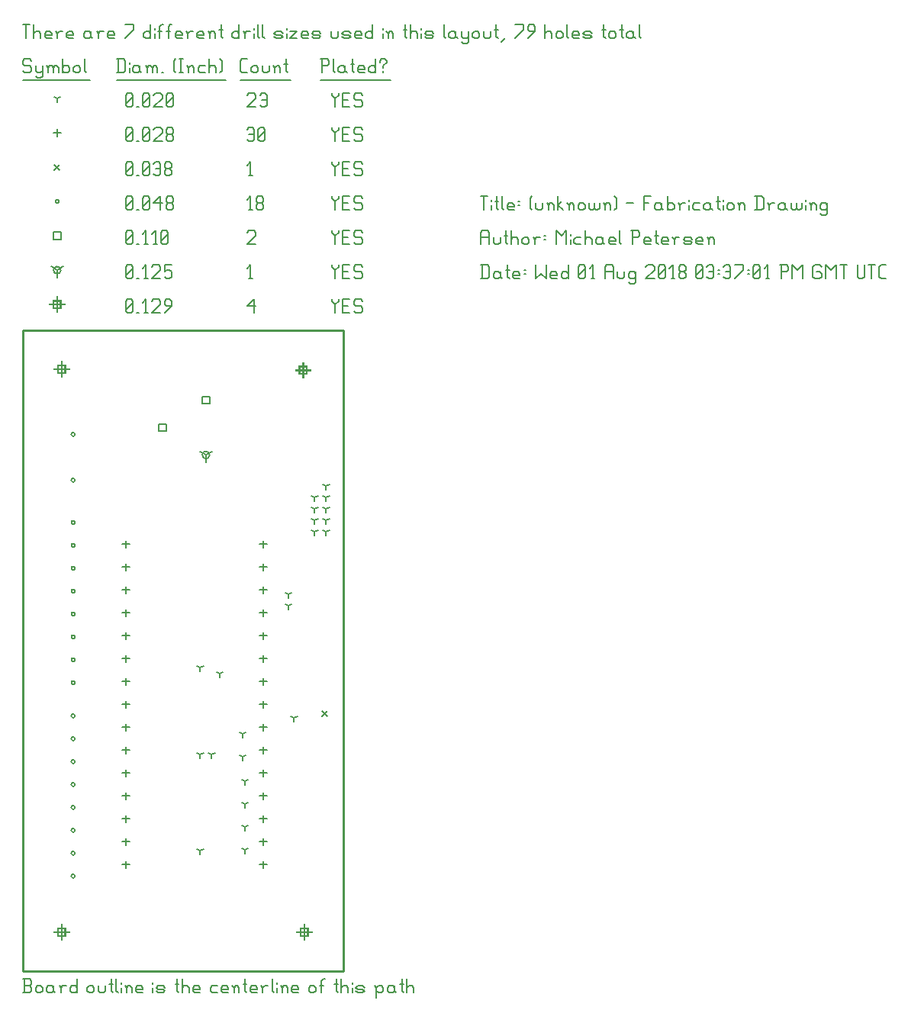
<source format=gbr>
G04 start of page 12 for group -3984 idx -3984 *
G04 Title: (unknown), fab *
G04 Creator: pcb 20140316 *
G04 CreationDate: Wed 01 Aug 2018 03:37:01 PM GMT UTC *
G04 For: railfan *
G04 Format: Gerber/RS-274X *
G04 PCB-Dimensions (mil): 1400.00 2800.00 *
G04 PCB-Coordinate-Origin: lower left *
%MOIN*%
%FSLAX25Y25*%
%LNFAB*%
%ADD101C,0.0100*%
%ADD100C,0.0060*%
%ADD99R,0.0080X0.0080*%
G54D99*X17000Y20200D02*Y13800D01*
X13800Y17000D02*X20200D01*
X15400Y18600D02*X18600D01*
X15400D02*Y15400D01*
X18600D01*
Y18600D02*Y15400D01*
X123000Y20200D02*Y13800D01*
X119800Y17000D02*X126200D01*
X121400Y18600D02*X124600D01*
X121400D02*Y15400D01*
X124600D01*
Y18600D02*Y15400D01*
X122500Y265700D02*Y259300D01*
X119300Y262500D02*X125700D01*
X120900Y264100D02*X124100D01*
X120900D02*Y260900D01*
X124100D01*
Y264100D02*Y260900D01*
X17000Y266200D02*Y259800D01*
X13800Y263000D02*X20200D01*
X15400Y264600D02*X18600D01*
X15400D02*Y261400D01*
X18600D01*
Y264600D02*Y261400D01*
X15000Y294450D02*Y288050D01*
X11800Y291250D02*X18200D01*
X13400Y292850D02*X16600D01*
X13400D02*Y289650D01*
X16600D01*
Y292850D02*Y289650D01*
G54D100*X135000Y293500D02*Y292750D01*
X136500Y291250D01*
X138000Y292750D01*
Y293500D02*Y292750D01*
X136500Y291250D02*Y287500D01*
X139800Y290500D02*X142050D01*
X139800Y287500D02*X142800D01*
X139800Y293500D02*Y287500D01*
Y293500D02*X142800D01*
X147600D02*X148350Y292750D01*
X145350Y293500D02*X147600D01*
X144600Y292750D02*X145350Y293500D01*
X144600Y292750D02*Y291250D01*
X145350Y290500D01*
X147600D01*
X148350Y289750D01*
Y288250D01*
X147600Y287500D02*X148350Y288250D01*
X145350Y287500D02*X147600D01*
X144600Y288250D02*X145350Y287500D01*
X98000Y290500D02*X101000Y293500D01*
X98000Y290500D02*X101750D01*
X101000Y293500D02*Y287500D01*
X45000Y288250D02*X45750Y287500D01*
X45000Y292750D02*Y288250D01*
Y292750D02*X45750Y293500D01*
X47250D01*
X48000Y292750D01*
Y288250D01*
X47250Y287500D02*X48000Y288250D01*
X45750Y287500D02*X47250D01*
X45000Y289000D02*X48000Y292000D01*
X49800Y287500D02*X50550D01*
X53100D02*X54600D01*
X53850Y293500D02*Y287500D01*
X52350Y292000D02*X53850Y293500D01*
X56400Y292750D02*X57150Y293500D01*
X59400D01*
X60150Y292750D01*
Y291250D01*
X56400Y287500D02*X60150Y291250D01*
X56400Y287500D02*X60150D01*
X61950D02*X64950Y290500D01*
Y292750D02*Y290500D01*
X64200Y293500D02*X64950Y292750D01*
X62700Y293500D02*X64200D01*
X61950Y292750D02*X62700Y293500D01*
X61950Y292750D02*Y291250D01*
X62700Y290500D01*
X64950D01*
X80000Y225500D02*Y222300D01*
Y225500D02*X82773Y227100D01*
X80000Y225500D02*X77227Y227100D01*
X78400Y225500D02*G75*G03X81600Y225500I1600J0D01*G01*
G75*G03X78400Y225500I-1600J0D01*G01*
X15000Y306250D02*Y303050D01*
Y306250D02*X17773Y307850D01*
X15000Y306250D02*X12227Y307850D01*
X13400Y306250D02*G75*G03X16600Y306250I1600J0D01*G01*
G75*G03X13400Y306250I-1600J0D01*G01*
X135000Y308500D02*Y307750D01*
X136500Y306250D01*
X138000Y307750D01*
Y308500D02*Y307750D01*
X136500Y306250D02*Y302500D01*
X139800Y305500D02*X142050D01*
X139800Y302500D02*X142800D01*
X139800Y308500D02*Y302500D01*
Y308500D02*X142800D01*
X147600D02*X148350Y307750D01*
X145350Y308500D02*X147600D01*
X144600Y307750D02*X145350Y308500D01*
X144600Y307750D02*Y306250D01*
X145350Y305500D01*
X147600D01*
X148350Y304750D01*
Y303250D01*
X147600Y302500D02*X148350Y303250D01*
X145350Y302500D02*X147600D01*
X144600Y303250D02*X145350Y302500D01*
X98750D02*X100250D01*
X99500Y308500D02*Y302500D01*
X98000Y307000D02*X99500Y308500D01*
X45000Y303250D02*X45750Y302500D01*
X45000Y307750D02*Y303250D01*
Y307750D02*X45750Y308500D01*
X47250D01*
X48000Y307750D01*
Y303250D01*
X47250Y302500D02*X48000Y303250D01*
X45750Y302500D02*X47250D01*
X45000Y304000D02*X48000Y307000D01*
X49800Y302500D02*X50550D01*
X53100D02*X54600D01*
X53850Y308500D02*Y302500D01*
X52350Y307000D02*X53850Y308500D01*
X56400Y307750D02*X57150Y308500D01*
X59400D01*
X60150Y307750D01*
Y306250D01*
X56400Y302500D02*X60150Y306250D01*
X56400Y302500D02*X60150D01*
X61950Y308500D02*X64950D01*
X61950D02*Y305500D01*
X62700Y306250D01*
X64200D01*
X64950Y305500D01*
Y303250D01*
X64200Y302500D02*X64950Y303250D01*
X62700Y302500D02*X64200D01*
X61950Y303250D02*X62700Y302500D01*
X78400Y251100D02*X81600D01*
X78400D02*Y247900D01*
X81600D01*
Y251100D02*Y247900D01*
X59400Y239100D02*X62600D01*
X59400D02*Y235900D01*
X62600D01*
Y239100D02*Y235900D01*
X13400Y322850D02*X16600D01*
X13400D02*Y319650D01*
X16600D01*
Y322850D02*Y319650D01*
X135000Y323500D02*Y322750D01*
X136500Y321250D01*
X138000Y322750D01*
Y323500D02*Y322750D01*
X136500Y321250D02*Y317500D01*
X139800Y320500D02*X142050D01*
X139800Y317500D02*X142800D01*
X139800Y323500D02*Y317500D01*
Y323500D02*X142800D01*
X147600D02*X148350Y322750D01*
X145350Y323500D02*X147600D01*
X144600Y322750D02*X145350Y323500D01*
X144600Y322750D02*Y321250D01*
X145350Y320500D01*
X147600D01*
X148350Y319750D01*
Y318250D01*
X147600Y317500D02*X148350Y318250D01*
X145350Y317500D02*X147600D01*
X144600Y318250D02*X145350Y317500D01*
X98000Y322750D02*X98750Y323500D01*
X101000D01*
X101750Y322750D01*
Y321250D01*
X98000Y317500D02*X101750Y321250D01*
X98000Y317500D02*X101750D01*
X45000Y318250D02*X45750Y317500D01*
X45000Y322750D02*Y318250D01*
Y322750D02*X45750Y323500D01*
X47250D01*
X48000Y322750D01*
Y318250D01*
X47250Y317500D02*X48000Y318250D01*
X45750Y317500D02*X47250D01*
X45000Y319000D02*X48000Y322000D01*
X49800Y317500D02*X50550D01*
X53100D02*X54600D01*
X53850Y323500D02*Y317500D01*
X52350Y322000D02*X53850Y323500D01*
X57150Y317500D02*X58650D01*
X57900Y323500D02*Y317500D01*
X56400Y322000D02*X57900Y323500D01*
X60450Y318250D02*X61200Y317500D01*
X60450Y322750D02*Y318250D01*
Y322750D02*X61200Y323500D01*
X62700D01*
X63450Y322750D01*
Y318250D01*
X62700Y317500D02*X63450Y318250D01*
X61200Y317500D02*X62700D01*
X60450Y319000D02*X63450Y322000D01*
X21200Y196000D02*G75*G03X22800Y196000I800J0D01*G01*
G75*G03X21200Y196000I-800J0D01*G01*
Y186000D02*G75*G03X22800Y186000I800J0D01*G01*
G75*G03X21200Y186000I-800J0D01*G01*
Y176000D02*G75*G03X22800Y176000I800J0D01*G01*
G75*G03X21200Y176000I-800J0D01*G01*
Y166000D02*G75*G03X22800Y166000I800J0D01*G01*
G75*G03X21200Y166000I-800J0D01*G01*
Y156000D02*G75*G03X22800Y156000I800J0D01*G01*
G75*G03X21200Y156000I-800J0D01*G01*
Y146000D02*G75*G03X22800Y146000I800J0D01*G01*
G75*G03X21200Y146000I-800J0D01*G01*
Y136000D02*G75*G03X22800Y136000I800J0D01*G01*
G75*G03X21200Y136000I-800J0D01*G01*
Y126000D02*G75*G03X22800Y126000I800J0D01*G01*
G75*G03X21200Y126000I-800J0D01*G01*
Y234500D02*G75*G03X22800Y234500I800J0D01*G01*
G75*G03X21200Y234500I-800J0D01*G01*
Y214500D02*G75*G03X22800Y214500I800J0D01*G01*
G75*G03X21200Y214500I-800J0D01*G01*
Y111500D02*G75*G03X22800Y111500I800J0D01*G01*
G75*G03X21200Y111500I-800J0D01*G01*
Y101500D02*G75*G03X22800Y101500I800J0D01*G01*
G75*G03X21200Y101500I-800J0D01*G01*
Y91500D02*G75*G03X22800Y91500I800J0D01*G01*
G75*G03X21200Y91500I-800J0D01*G01*
Y81500D02*G75*G03X22800Y81500I800J0D01*G01*
G75*G03X21200Y81500I-800J0D01*G01*
Y71500D02*G75*G03X22800Y71500I800J0D01*G01*
G75*G03X21200Y71500I-800J0D01*G01*
Y61500D02*G75*G03X22800Y61500I800J0D01*G01*
G75*G03X21200Y61500I-800J0D01*G01*
Y51500D02*G75*G03X22800Y51500I800J0D01*G01*
G75*G03X21200Y51500I-800J0D01*G01*
Y41500D02*G75*G03X22800Y41500I800J0D01*G01*
G75*G03X21200Y41500I-800J0D01*G01*
X14200Y336250D02*G75*G03X15800Y336250I800J0D01*G01*
G75*G03X14200Y336250I-800J0D01*G01*
X135000Y338500D02*Y337750D01*
X136500Y336250D01*
X138000Y337750D01*
Y338500D02*Y337750D01*
X136500Y336250D02*Y332500D01*
X139800Y335500D02*X142050D01*
X139800Y332500D02*X142800D01*
X139800Y338500D02*Y332500D01*
Y338500D02*X142800D01*
X147600D02*X148350Y337750D01*
X145350Y338500D02*X147600D01*
X144600Y337750D02*X145350Y338500D01*
X144600Y337750D02*Y336250D01*
X145350Y335500D01*
X147600D01*
X148350Y334750D01*
Y333250D01*
X147600Y332500D02*X148350Y333250D01*
X145350Y332500D02*X147600D01*
X144600Y333250D02*X145350Y332500D01*
X98750D02*X100250D01*
X99500Y338500D02*Y332500D01*
X98000Y337000D02*X99500Y338500D01*
X102050Y333250D02*X102800Y332500D01*
X102050Y334750D02*Y333250D01*
Y334750D02*X102800Y335500D01*
X104300D01*
X105050Y334750D01*
Y333250D01*
X104300Y332500D02*X105050Y333250D01*
X102800Y332500D02*X104300D01*
X102050Y336250D02*X102800Y335500D01*
X102050Y337750D02*Y336250D01*
Y337750D02*X102800Y338500D01*
X104300D01*
X105050Y337750D01*
Y336250D01*
X104300Y335500D02*X105050Y336250D01*
X45000Y333250D02*X45750Y332500D01*
X45000Y337750D02*Y333250D01*
Y337750D02*X45750Y338500D01*
X47250D01*
X48000Y337750D01*
Y333250D01*
X47250Y332500D02*X48000Y333250D01*
X45750Y332500D02*X47250D01*
X45000Y334000D02*X48000Y337000D01*
X49800Y332500D02*X50550D01*
X52350Y333250D02*X53100Y332500D01*
X52350Y337750D02*Y333250D01*
Y337750D02*X53100Y338500D01*
X54600D01*
X55350Y337750D01*
Y333250D01*
X54600Y332500D02*X55350Y333250D01*
X53100Y332500D02*X54600D01*
X52350Y334000D02*X55350Y337000D01*
X57150Y335500D02*X60150Y338500D01*
X57150Y335500D02*X60900D01*
X60150Y338500D02*Y332500D01*
X62700Y333250D02*X63450Y332500D01*
X62700Y334750D02*Y333250D01*
Y334750D02*X63450Y335500D01*
X64950D01*
X65700Y334750D01*
Y333250D01*
X64950Y332500D02*X65700Y333250D01*
X63450Y332500D02*X64950D01*
X62700Y336250D02*X63450Y335500D01*
X62700Y337750D02*Y336250D01*
Y337750D02*X63450Y338500D01*
X64950D01*
X65700Y337750D01*
Y336250D01*
X64950Y335500D02*X65700Y336250D01*
X130800Y113700D02*X133200Y111300D01*
X130800D02*X133200Y113700D01*
X13800Y352450D02*X16200Y350050D01*
X13800D02*X16200Y352450D01*
X135000Y353500D02*Y352750D01*
X136500Y351250D01*
X138000Y352750D01*
Y353500D02*Y352750D01*
X136500Y351250D02*Y347500D01*
X139800Y350500D02*X142050D01*
X139800Y347500D02*X142800D01*
X139800Y353500D02*Y347500D01*
Y353500D02*X142800D01*
X147600D02*X148350Y352750D01*
X145350Y353500D02*X147600D01*
X144600Y352750D02*X145350Y353500D01*
X144600Y352750D02*Y351250D01*
X145350Y350500D01*
X147600D01*
X148350Y349750D01*
Y348250D01*
X147600Y347500D02*X148350Y348250D01*
X145350Y347500D02*X147600D01*
X144600Y348250D02*X145350Y347500D01*
X98750D02*X100250D01*
X99500Y353500D02*Y347500D01*
X98000Y352000D02*X99500Y353500D01*
X45000Y348250D02*X45750Y347500D01*
X45000Y352750D02*Y348250D01*
Y352750D02*X45750Y353500D01*
X47250D01*
X48000Y352750D01*
Y348250D01*
X47250Y347500D02*X48000Y348250D01*
X45750Y347500D02*X47250D01*
X45000Y349000D02*X48000Y352000D01*
X49800Y347500D02*X50550D01*
X52350Y348250D02*X53100Y347500D01*
X52350Y352750D02*Y348250D01*
Y352750D02*X53100Y353500D01*
X54600D01*
X55350Y352750D01*
Y348250D01*
X54600Y347500D02*X55350Y348250D01*
X53100Y347500D02*X54600D01*
X52350Y349000D02*X55350Y352000D01*
X57150Y352750D02*X57900Y353500D01*
X59400D01*
X60150Y352750D01*
Y348250D01*
X59400Y347500D02*X60150Y348250D01*
X57900Y347500D02*X59400D01*
X57150Y348250D02*X57900Y347500D01*
Y350500D02*X60150D01*
X61950Y348250D02*X62700Y347500D01*
X61950Y349750D02*Y348250D01*
Y349750D02*X62700Y350500D01*
X64200D01*
X64950Y349750D01*
Y348250D01*
X64200Y347500D02*X64950Y348250D01*
X62700Y347500D02*X64200D01*
X61950Y351250D02*X62700Y350500D01*
X61950Y352750D02*Y351250D01*
Y352750D02*X62700Y353500D01*
X64200D01*
X64950Y352750D01*
Y351250D01*
X64200Y350500D02*X64950Y351250D01*
X45000Y188100D02*Y184900D01*
X43400Y186500D02*X46600D01*
X45000Y178100D02*Y174900D01*
X43400Y176500D02*X46600D01*
X45000Y168100D02*Y164900D01*
X43400Y166500D02*X46600D01*
X45000Y158100D02*Y154900D01*
X43400Y156500D02*X46600D01*
X45000Y148100D02*Y144900D01*
X43400Y146500D02*X46600D01*
X45000Y138100D02*Y134900D01*
X43400Y136500D02*X46600D01*
X45000Y128100D02*Y124900D01*
X43400Y126500D02*X46600D01*
X45000Y118100D02*Y114900D01*
X43400Y116500D02*X46600D01*
X45000Y108100D02*Y104900D01*
X43400Y106500D02*X46600D01*
X45000Y98100D02*Y94900D01*
X43400Y96500D02*X46600D01*
X45000Y88100D02*Y84900D01*
X43400Y86500D02*X46600D01*
X45000Y78100D02*Y74900D01*
X43400Y76500D02*X46600D01*
X45000Y68100D02*Y64900D01*
X43400Y66500D02*X46600D01*
X45000Y58100D02*Y54900D01*
X43400Y56500D02*X46600D01*
X45000Y48100D02*Y44900D01*
X43400Y46500D02*X46600D01*
X105000Y48100D02*Y44900D01*
X103400Y46500D02*X106600D01*
X105000Y58100D02*Y54900D01*
X103400Y56500D02*X106600D01*
X105000Y68100D02*Y64900D01*
X103400Y66500D02*X106600D01*
X105000Y78100D02*Y74900D01*
X103400Y76500D02*X106600D01*
X105000Y88100D02*Y84900D01*
X103400Y86500D02*X106600D01*
X105000Y98100D02*Y94900D01*
X103400Y96500D02*X106600D01*
X105000Y108100D02*Y104900D01*
X103400Y106500D02*X106600D01*
X105000Y118100D02*Y114900D01*
X103400Y116500D02*X106600D01*
X105000Y128100D02*Y124900D01*
X103400Y126500D02*X106600D01*
X105000Y138100D02*Y134900D01*
X103400Y136500D02*X106600D01*
X105000Y148100D02*Y144900D01*
X103400Y146500D02*X106600D01*
X105000Y158100D02*Y154900D01*
X103400Y156500D02*X106600D01*
X105000Y168100D02*Y164900D01*
X103400Y166500D02*X106600D01*
X105000Y178100D02*Y174900D01*
X103400Y176500D02*X106600D01*
X105000Y188100D02*Y184900D01*
X103400Y186500D02*X106600D01*
X15000Y367850D02*Y364650D01*
X13400Y366250D02*X16600D01*
X135000Y368500D02*Y367750D01*
X136500Y366250D01*
X138000Y367750D01*
Y368500D02*Y367750D01*
X136500Y366250D02*Y362500D01*
X139800Y365500D02*X142050D01*
X139800Y362500D02*X142800D01*
X139800Y368500D02*Y362500D01*
Y368500D02*X142800D01*
X147600D02*X148350Y367750D01*
X145350Y368500D02*X147600D01*
X144600Y367750D02*X145350Y368500D01*
X144600Y367750D02*Y366250D01*
X145350Y365500D01*
X147600D01*
X148350Y364750D01*
Y363250D01*
X147600Y362500D02*X148350Y363250D01*
X145350Y362500D02*X147600D01*
X144600Y363250D02*X145350Y362500D01*
X98000Y367750D02*X98750Y368500D01*
X100250D01*
X101000Y367750D01*
Y363250D01*
X100250Y362500D02*X101000Y363250D01*
X98750Y362500D02*X100250D01*
X98000Y363250D02*X98750Y362500D01*
Y365500D02*X101000D01*
X102800Y363250D02*X103550Y362500D01*
X102800Y367750D02*Y363250D01*
Y367750D02*X103550Y368500D01*
X105050D01*
X105800Y367750D01*
Y363250D01*
X105050Y362500D02*X105800Y363250D01*
X103550Y362500D02*X105050D01*
X102800Y364000D02*X105800Y367000D01*
X45000Y363250D02*X45750Y362500D01*
X45000Y367750D02*Y363250D01*
Y367750D02*X45750Y368500D01*
X47250D01*
X48000Y367750D01*
Y363250D01*
X47250Y362500D02*X48000Y363250D01*
X45750Y362500D02*X47250D01*
X45000Y364000D02*X48000Y367000D01*
X49800Y362500D02*X50550D01*
X52350Y363250D02*X53100Y362500D01*
X52350Y367750D02*Y363250D01*
Y367750D02*X53100Y368500D01*
X54600D01*
X55350Y367750D01*
Y363250D01*
X54600Y362500D02*X55350Y363250D01*
X53100Y362500D02*X54600D01*
X52350Y364000D02*X55350Y367000D01*
X57150Y367750D02*X57900Y368500D01*
X60150D01*
X60900Y367750D01*
Y366250D01*
X57150Y362500D02*X60900Y366250D01*
X57150Y362500D02*X60900D01*
X62700Y363250D02*X63450Y362500D01*
X62700Y364750D02*Y363250D01*
Y364750D02*X63450Y365500D01*
X64950D01*
X65700Y364750D01*
Y363250D01*
X64950Y362500D02*X65700Y363250D01*
X63450Y362500D02*X64950D01*
X62700Y366250D02*X63450Y365500D01*
X62700Y367750D02*Y366250D01*
Y367750D02*X63450Y368500D01*
X64950D01*
X65700Y367750D01*
Y366250D01*
X64950Y365500D02*X65700Y366250D01*
X96071Y103563D02*Y101963D01*
Y103563D02*X97458Y104363D01*
X96071Y103563D02*X94684Y104363D01*
X96071Y93563D02*Y91963D01*
Y93563D02*X97458Y94363D01*
X96071Y93563D02*X94684Y94363D01*
X96957Y83000D02*Y81400D01*
Y83000D02*X98343Y83800D01*
X96957Y83000D02*X95570Y83800D01*
X96957Y73000D02*Y71400D01*
Y73000D02*X98343Y73800D01*
X96957Y73000D02*X95570Y73800D01*
X96957Y63000D02*Y61400D01*
Y63000D02*X98343Y63800D01*
X96957Y63000D02*X95570Y63800D01*
X97000Y53000D02*Y51400D01*
Y53000D02*X98386Y53800D01*
X97000Y53000D02*X95613Y53800D01*
X77500Y94500D02*Y92900D01*
Y94500D02*X78887Y95300D01*
X77500Y94500D02*X76113Y95300D01*
X82500Y94500D02*Y92900D01*
Y94500D02*X83887Y95300D01*
X82500Y94500D02*X81113Y95300D01*
X77500Y52500D02*Y50900D01*
Y52500D02*X78887Y53300D01*
X77500Y52500D02*X76113Y53300D01*
X127500Y192000D02*Y190400D01*
Y192000D02*X128887Y192800D01*
X127500Y192000D02*X126113Y192800D01*
X127500Y197000D02*Y195400D01*
Y197000D02*X128887Y197800D01*
X127500Y197000D02*X126113Y197800D01*
X127500Y202000D02*Y200400D01*
Y202000D02*X128887Y202800D01*
X127500Y202000D02*X126113Y202800D01*
X127500Y207000D02*Y205400D01*
Y207000D02*X128887Y207800D01*
X127500Y207000D02*X126113Y207800D01*
X132500Y192000D02*Y190400D01*
Y192000D02*X133887Y192800D01*
X132500Y192000D02*X131113Y192800D01*
X132500Y197000D02*Y195400D01*
Y197000D02*X133887Y197800D01*
X132500Y197000D02*X131113Y197800D01*
X132500Y202000D02*Y200400D01*
Y202000D02*X133887Y202800D01*
X132500Y202000D02*X131113Y202800D01*
X132500Y207000D02*Y205400D01*
Y207000D02*X133887Y207800D01*
X132500Y207000D02*X131113Y207800D01*
X132500Y212000D02*Y210400D01*
Y212000D02*X133887Y212800D01*
X132500Y212000D02*X131113Y212800D01*
X118500Y110500D02*Y108900D01*
Y110500D02*X119887Y111300D01*
X118500Y110500D02*X117113Y111300D01*
X77500Y132500D02*Y130900D01*
Y132500D02*X78887Y133300D01*
X77500Y132500D02*X76113Y133300D01*
X86000Y130000D02*Y128400D01*
Y130000D02*X87387Y130800D01*
X86000Y130000D02*X84613Y130800D01*
X116000Y164500D02*Y162900D01*
Y164500D02*X117387Y165300D01*
X116000Y164500D02*X114613Y165300D01*
X116000Y159500D02*Y157900D01*
Y159500D02*X117387Y160300D01*
X116000Y159500D02*X114613Y160300D01*
X15000Y381250D02*Y379650D01*
Y381250D02*X16387Y382050D01*
X15000Y381250D02*X13613Y382050D01*
X135000Y383500D02*Y382750D01*
X136500Y381250D01*
X138000Y382750D01*
Y383500D02*Y382750D01*
X136500Y381250D02*Y377500D01*
X139800Y380500D02*X142050D01*
X139800Y377500D02*X142800D01*
X139800Y383500D02*Y377500D01*
Y383500D02*X142800D01*
X147600D02*X148350Y382750D01*
X145350Y383500D02*X147600D01*
X144600Y382750D02*X145350Y383500D01*
X144600Y382750D02*Y381250D01*
X145350Y380500D01*
X147600D01*
X148350Y379750D01*
Y378250D01*
X147600Y377500D02*X148350Y378250D01*
X145350Y377500D02*X147600D01*
X144600Y378250D02*X145350Y377500D01*
X98000Y382750D02*X98750Y383500D01*
X101000D01*
X101750Y382750D01*
Y381250D01*
X98000Y377500D02*X101750Y381250D01*
X98000Y377500D02*X101750D01*
X103550Y382750D02*X104300Y383500D01*
X105800D01*
X106550Y382750D01*
Y378250D01*
X105800Y377500D02*X106550Y378250D01*
X104300Y377500D02*X105800D01*
X103550Y378250D02*X104300Y377500D01*
Y380500D02*X106550D01*
X45000Y378250D02*X45750Y377500D01*
X45000Y382750D02*Y378250D01*
Y382750D02*X45750Y383500D01*
X47250D01*
X48000Y382750D01*
Y378250D01*
X47250Y377500D02*X48000Y378250D01*
X45750Y377500D02*X47250D01*
X45000Y379000D02*X48000Y382000D01*
X49800Y377500D02*X50550D01*
X52350Y378250D02*X53100Y377500D01*
X52350Y382750D02*Y378250D01*
Y382750D02*X53100Y383500D01*
X54600D01*
X55350Y382750D01*
Y378250D01*
X54600Y377500D02*X55350Y378250D01*
X53100Y377500D02*X54600D01*
X52350Y379000D02*X55350Y382000D01*
X57150Y382750D02*X57900Y383500D01*
X60150D01*
X60900Y382750D01*
Y381250D01*
X57150Y377500D02*X60900Y381250D01*
X57150Y377500D02*X60900D01*
X62700Y378250D02*X63450Y377500D01*
X62700Y382750D02*Y378250D01*
Y382750D02*X63450Y383500D01*
X64950D01*
X65700Y382750D01*
Y378250D01*
X64950Y377500D02*X65700Y378250D01*
X63450Y377500D02*X64950D01*
X62700Y379000D02*X65700Y382000D01*
X3000Y398500D02*X3750Y397750D01*
X750Y398500D02*X3000D01*
X0Y397750D02*X750Y398500D01*
X0Y397750D02*Y396250D01*
X750Y395500D01*
X3000D01*
X3750Y394750D01*
Y393250D01*
X3000Y392500D02*X3750Y393250D01*
X750Y392500D02*X3000D01*
X0Y393250D02*X750Y392500D01*
X5550Y395500D02*Y393250D01*
X6300Y392500D01*
X8550Y395500D02*Y391000D01*
X7800Y390250D02*X8550Y391000D01*
X6300Y390250D02*X7800D01*
X5550Y391000D02*X6300Y390250D01*
Y392500D02*X7800D01*
X8550Y393250D01*
X11100Y394750D02*Y392500D01*
Y394750D02*X11850Y395500D01*
X12600D01*
X13350Y394750D01*
Y392500D01*
Y394750D02*X14100Y395500D01*
X14850D01*
X15600Y394750D01*
Y392500D01*
X10350Y395500D02*X11100Y394750D01*
X17400Y398500D02*Y392500D01*
Y393250D02*X18150Y392500D01*
X19650D01*
X20400Y393250D01*
Y394750D02*Y393250D01*
X19650Y395500D02*X20400Y394750D01*
X18150Y395500D02*X19650D01*
X17400Y394750D02*X18150Y395500D01*
X22200Y394750D02*Y393250D01*
Y394750D02*X22950Y395500D01*
X24450D01*
X25200Y394750D01*
Y393250D01*
X24450Y392500D02*X25200Y393250D01*
X22950Y392500D02*X24450D01*
X22200Y393250D02*X22950Y392500D01*
X27000Y398500D02*Y393250D01*
X27750Y392500D01*
X0Y389250D02*X29250D01*
X41750Y398500D02*Y392500D01*
X44000Y398500D02*X44750Y397750D01*
Y393250D01*
X44000Y392500D02*X44750Y393250D01*
X41000Y392500D02*X44000D01*
X41000Y398500D02*X44000D01*
X46550Y397000D02*Y396250D01*
Y394750D02*Y392500D01*
X50300Y395500D02*X51050Y394750D01*
X48800Y395500D02*X50300D01*
X48050Y394750D02*X48800Y395500D01*
X48050Y394750D02*Y393250D01*
X48800Y392500D01*
X51050Y395500D02*Y393250D01*
X51800Y392500D01*
X48800D02*X50300D01*
X51050Y393250D01*
X54350Y394750D02*Y392500D01*
Y394750D02*X55100Y395500D01*
X55850D01*
X56600Y394750D01*
Y392500D01*
Y394750D02*X57350Y395500D01*
X58100D01*
X58850Y394750D01*
Y392500D01*
X53600Y395500D02*X54350Y394750D01*
X60650Y392500D02*X61400D01*
X65900Y393250D02*X66650Y392500D01*
X65900Y397750D02*X66650Y398500D01*
X65900Y397750D02*Y393250D01*
X68450Y398500D02*X69950D01*
X69200D02*Y392500D01*
X68450D02*X69950D01*
X72500Y394750D02*Y392500D01*
Y394750D02*X73250Y395500D01*
X74000D01*
X74750Y394750D01*
Y392500D01*
X71750Y395500D02*X72500Y394750D01*
X77300Y395500D02*X79550D01*
X76550Y394750D02*X77300Y395500D01*
X76550Y394750D02*Y393250D01*
X77300Y392500D01*
X79550D01*
X81350Y398500D02*Y392500D01*
Y394750D02*X82100Y395500D01*
X83600D01*
X84350Y394750D01*
Y392500D01*
X86150Y398500D02*X86900Y397750D01*
Y393250D01*
X86150Y392500D02*X86900Y393250D01*
X41000Y389250D02*X88700D01*
X95750Y392500D02*X98000D01*
X95000Y393250D02*X95750Y392500D01*
X95000Y397750D02*Y393250D01*
Y397750D02*X95750Y398500D01*
X98000D01*
X99800Y394750D02*Y393250D01*
Y394750D02*X100550Y395500D01*
X102050D01*
X102800Y394750D01*
Y393250D01*
X102050Y392500D02*X102800Y393250D01*
X100550Y392500D02*X102050D01*
X99800Y393250D02*X100550Y392500D01*
X104600Y395500D02*Y393250D01*
X105350Y392500D01*
X106850D01*
X107600Y393250D01*
Y395500D02*Y393250D01*
X110150Y394750D02*Y392500D01*
Y394750D02*X110900Y395500D01*
X111650D01*
X112400Y394750D01*
Y392500D01*
X109400Y395500D02*X110150Y394750D01*
X114950Y398500D02*Y393250D01*
X115700Y392500D01*
X114200Y396250D02*X115700D01*
X95000Y389250D02*X117200D01*
X130750Y398500D02*Y392500D01*
X130000Y398500D02*X133000D01*
X133750Y397750D01*
Y396250D01*
X133000Y395500D02*X133750Y396250D01*
X130750Y395500D02*X133000D01*
X135550Y398500D02*Y393250D01*
X136300Y392500D01*
X140050Y395500D02*X140800Y394750D01*
X138550Y395500D02*X140050D01*
X137800Y394750D02*X138550Y395500D01*
X137800Y394750D02*Y393250D01*
X138550Y392500D01*
X140800Y395500D02*Y393250D01*
X141550Y392500D01*
X138550D02*X140050D01*
X140800Y393250D01*
X144100Y398500D02*Y393250D01*
X144850Y392500D01*
X143350Y396250D02*X144850D01*
X147100Y392500D02*X149350D01*
X146350Y393250D02*X147100Y392500D01*
X146350Y394750D02*Y393250D01*
Y394750D02*X147100Y395500D01*
X148600D01*
X149350Y394750D01*
X146350Y394000D02*X149350D01*
Y394750D02*Y394000D01*
X154150Y398500D02*Y392500D01*
X153400D02*X154150Y393250D01*
X151900Y392500D02*X153400D01*
X151150Y393250D02*X151900Y392500D01*
X151150Y394750D02*Y393250D01*
Y394750D02*X151900Y395500D01*
X153400D01*
X154150Y394750D01*
X157450Y395500D02*Y394750D01*
Y393250D02*Y392500D01*
X155950Y397750D02*Y397000D01*
Y397750D02*X156700Y398500D01*
X158200D01*
X158950Y397750D01*
Y397000D01*
X157450Y395500D02*X158950Y397000D01*
X130000Y389250D02*X160750D01*
X0Y413500D02*X3000D01*
X1500D02*Y407500D01*
X4800Y413500D02*Y407500D01*
Y409750D02*X5550Y410500D01*
X7050D01*
X7800Y409750D01*
Y407500D01*
X10350D02*X12600D01*
X9600Y408250D02*X10350Y407500D01*
X9600Y409750D02*Y408250D01*
Y409750D02*X10350Y410500D01*
X11850D01*
X12600Y409750D01*
X9600Y409000D02*X12600D01*
Y409750D02*Y409000D01*
X15150Y409750D02*Y407500D01*
Y409750D02*X15900Y410500D01*
X17400D01*
X14400D02*X15150Y409750D01*
X19950Y407500D02*X22200D01*
X19200Y408250D02*X19950Y407500D01*
X19200Y409750D02*Y408250D01*
Y409750D02*X19950Y410500D01*
X21450D01*
X22200Y409750D01*
X19200Y409000D02*X22200D01*
Y409750D02*Y409000D01*
X28950Y410500D02*X29700Y409750D01*
X27450Y410500D02*X28950D01*
X26700Y409750D02*X27450Y410500D01*
X26700Y409750D02*Y408250D01*
X27450Y407500D01*
X29700Y410500D02*Y408250D01*
X30450Y407500D01*
X27450D02*X28950D01*
X29700Y408250D01*
X33000Y409750D02*Y407500D01*
Y409750D02*X33750Y410500D01*
X35250D01*
X32250D02*X33000Y409750D01*
X37800Y407500D02*X40050D01*
X37050Y408250D02*X37800Y407500D01*
X37050Y409750D02*Y408250D01*
Y409750D02*X37800Y410500D01*
X39300D01*
X40050Y409750D01*
X37050Y409000D02*X40050D01*
Y409750D02*Y409000D01*
X44550Y407500D02*X48300Y411250D01*
Y413500D02*Y411250D01*
X44550Y413500D02*X48300D01*
X55800D02*Y407500D01*
X55050D02*X55800Y408250D01*
X53550Y407500D02*X55050D01*
X52800Y408250D02*X53550Y407500D01*
X52800Y409750D02*Y408250D01*
Y409750D02*X53550Y410500D01*
X55050D01*
X55800Y409750D01*
X57600Y412000D02*Y411250D01*
Y409750D02*Y407500D01*
X59850Y412750D02*Y407500D01*
Y412750D02*X60600Y413500D01*
X61350D01*
X59100Y410500D02*X60600D01*
X63600Y412750D02*Y407500D01*
Y412750D02*X64350Y413500D01*
X65100D01*
X62850Y410500D02*X64350D01*
X67350Y407500D02*X69600D01*
X66600Y408250D02*X67350Y407500D01*
X66600Y409750D02*Y408250D01*
Y409750D02*X67350Y410500D01*
X68850D01*
X69600Y409750D01*
X66600Y409000D02*X69600D01*
Y409750D02*Y409000D01*
X72150Y409750D02*Y407500D01*
Y409750D02*X72900Y410500D01*
X74400D01*
X71400D02*X72150Y409750D01*
X76950Y407500D02*X79200D01*
X76200Y408250D02*X76950Y407500D01*
X76200Y409750D02*Y408250D01*
Y409750D02*X76950Y410500D01*
X78450D01*
X79200Y409750D01*
X76200Y409000D02*X79200D01*
Y409750D02*Y409000D01*
X81750Y409750D02*Y407500D01*
Y409750D02*X82500Y410500D01*
X83250D01*
X84000Y409750D01*
Y407500D01*
X81000Y410500D02*X81750Y409750D01*
X86550Y413500D02*Y408250D01*
X87300Y407500D01*
X85800Y411250D02*X87300D01*
X94500Y413500D02*Y407500D01*
X93750D02*X94500Y408250D01*
X92250Y407500D02*X93750D01*
X91500Y408250D02*X92250Y407500D01*
X91500Y409750D02*Y408250D01*
Y409750D02*X92250Y410500D01*
X93750D01*
X94500Y409750D01*
X97050D02*Y407500D01*
Y409750D02*X97800Y410500D01*
X99300D01*
X96300D02*X97050Y409750D01*
X101100Y412000D02*Y411250D01*
Y409750D02*Y407500D01*
X102600Y413500D02*Y408250D01*
X103350Y407500D01*
X104850Y413500D02*Y408250D01*
X105600Y407500D01*
X110550D02*X112800D01*
X113550Y408250D01*
X112800Y409000D02*X113550Y408250D01*
X110550Y409000D02*X112800D01*
X109800Y409750D02*X110550Y409000D01*
X109800Y409750D02*X110550Y410500D01*
X112800D01*
X113550Y409750D01*
X109800Y408250D02*X110550Y407500D01*
X115350Y412000D02*Y411250D01*
Y409750D02*Y407500D01*
X116850Y410500D02*X119850D01*
X116850Y407500D02*X119850Y410500D01*
X116850Y407500D02*X119850D01*
X122400D02*X124650D01*
X121650Y408250D02*X122400Y407500D01*
X121650Y409750D02*Y408250D01*
Y409750D02*X122400Y410500D01*
X123900D01*
X124650Y409750D01*
X121650Y409000D02*X124650D01*
Y409750D02*Y409000D01*
X127200Y407500D02*X129450D01*
X130200Y408250D01*
X129450Y409000D02*X130200Y408250D01*
X127200Y409000D02*X129450D01*
X126450Y409750D02*X127200Y409000D01*
X126450Y409750D02*X127200Y410500D01*
X129450D01*
X130200Y409750D01*
X126450Y408250D02*X127200Y407500D01*
X134700Y410500D02*Y408250D01*
X135450Y407500D01*
X136950D01*
X137700Y408250D01*
Y410500D02*Y408250D01*
X140250Y407500D02*X142500D01*
X143250Y408250D01*
X142500Y409000D02*X143250Y408250D01*
X140250Y409000D02*X142500D01*
X139500Y409750D02*X140250Y409000D01*
X139500Y409750D02*X140250Y410500D01*
X142500D01*
X143250Y409750D01*
X139500Y408250D02*X140250Y407500D01*
X145800D02*X148050D01*
X145050Y408250D02*X145800Y407500D01*
X145050Y409750D02*Y408250D01*
Y409750D02*X145800Y410500D01*
X147300D01*
X148050Y409750D01*
X145050Y409000D02*X148050D01*
Y409750D02*Y409000D01*
X152850Y413500D02*Y407500D01*
X152100D02*X152850Y408250D01*
X150600Y407500D02*X152100D01*
X149850Y408250D02*X150600Y407500D01*
X149850Y409750D02*Y408250D01*
Y409750D02*X150600Y410500D01*
X152100D01*
X152850Y409750D01*
X157350Y412000D02*Y411250D01*
Y409750D02*Y407500D01*
X159600Y409750D02*Y407500D01*
Y409750D02*X160350Y410500D01*
X161100D01*
X161850Y409750D01*
Y407500D01*
X158850Y410500D02*X159600Y409750D01*
X167100Y413500D02*Y408250D01*
X167850Y407500D01*
X166350Y411250D02*X167850D01*
X169350Y413500D02*Y407500D01*
Y409750D02*X170100Y410500D01*
X171600D01*
X172350Y409750D01*
Y407500D01*
X174150Y412000D02*Y411250D01*
Y409750D02*Y407500D01*
X176400D02*X178650D01*
X179400Y408250D01*
X178650Y409000D02*X179400Y408250D01*
X176400Y409000D02*X178650D01*
X175650Y409750D02*X176400Y409000D01*
X175650Y409750D02*X176400Y410500D01*
X178650D01*
X179400Y409750D01*
X175650Y408250D02*X176400Y407500D01*
X183900Y413500D02*Y408250D01*
X184650Y407500D01*
X188400Y410500D02*X189150Y409750D01*
X186900Y410500D02*X188400D01*
X186150Y409750D02*X186900Y410500D01*
X186150Y409750D02*Y408250D01*
X186900Y407500D01*
X189150Y410500D02*Y408250D01*
X189900Y407500D01*
X186900D02*X188400D01*
X189150Y408250D01*
X191700Y410500D02*Y408250D01*
X192450Y407500D01*
X194700Y410500D02*Y406000D01*
X193950Y405250D02*X194700Y406000D01*
X192450Y405250D02*X193950D01*
X191700Y406000D02*X192450Y405250D01*
Y407500D02*X193950D01*
X194700Y408250D01*
X196500Y409750D02*Y408250D01*
Y409750D02*X197250Y410500D01*
X198750D01*
X199500Y409750D01*
Y408250D01*
X198750Y407500D02*X199500Y408250D01*
X197250Y407500D02*X198750D01*
X196500Y408250D02*X197250Y407500D01*
X201300Y410500D02*Y408250D01*
X202050Y407500D01*
X203550D01*
X204300Y408250D01*
Y410500D02*Y408250D01*
X206850Y413500D02*Y408250D01*
X207600Y407500D01*
X206100Y411250D02*X207600D01*
X209100Y406000D02*X210600Y407500D01*
X215100D02*X218850Y411250D01*
Y413500D02*Y411250D01*
X215100Y413500D02*X218850D01*
X220650Y407500D02*X223650Y410500D01*
Y412750D02*Y410500D01*
X222900Y413500D02*X223650Y412750D01*
X221400Y413500D02*X222900D01*
X220650Y412750D02*X221400Y413500D01*
X220650Y412750D02*Y411250D01*
X221400Y410500D01*
X223650D01*
X228150Y413500D02*Y407500D01*
Y409750D02*X228900Y410500D01*
X230400D01*
X231150Y409750D01*
Y407500D01*
X232950Y409750D02*Y408250D01*
Y409750D02*X233700Y410500D01*
X235200D01*
X235950Y409750D01*
Y408250D01*
X235200Y407500D02*X235950Y408250D01*
X233700Y407500D02*X235200D01*
X232950Y408250D02*X233700Y407500D01*
X237750Y413500D02*Y408250D01*
X238500Y407500D01*
X240750D02*X243000D01*
X240000Y408250D02*X240750Y407500D01*
X240000Y409750D02*Y408250D01*
Y409750D02*X240750Y410500D01*
X242250D01*
X243000Y409750D01*
X240000Y409000D02*X243000D01*
Y409750D02*Y409000D01*
X245550Y407500D02*X247800D01*
X248550Y408250D01*
X247800Y409000D02*X248550Y408250D01*
X245550Y409000D02*X247800D01*
X244800Y409750D02*X245550Y409000D01*
X244800Y409750D02*X245550Y410500D01*
X247800D01*
X248550Y409750D01*
X244800Y408250D02*X245550Y407500D01*
X253800Y413500D02*Y408250D01*
X254550Y407500D01*
X253050Y411250D02*X254550D01*
X256050Y409750D02*Y408250D01*
Y409750D02*X256800Y410500D01*
X258300D01*
X259050Y409750D01*
Y408250D01*
X258300Y407500D02*X259050Y408250D01*
X256800Y407500D02*X258300D01*
X256050Y408250D02*X256800Y407500D01*
X261600Y413500D02*Y408250D01*
X262350Y407500D01*
X260850Y411250D02*X262350D01*
X266100Y410500D02*X266850Y409750D01*
X264600Y410500D02*X266100D01*
X263850Y409750D02*X264600Y410500D01*
X263850Y409750D02*Y408250D01*
X264600Y407500D01*
X266850Y410500D02*Y408250D01*
X267600Y407500D01*
X264600D02*X266100D01*
X266850Y408250D01*
X269400Y413500D02*Y408250D01*
X270150Y407500D01*
G54D101*X140000Y280000D02*Y0D01*
X0D01*
Y280000D01*
X140000D01*
G54D100*X0Y-9500D02*X3000D01*
X3750Y-8750D01*
Y-7250D02*Y-8750D01*
X3000Y-6500D02*X3750Y-7250D01*
X750Y-6500D02*X3000D01*
X750Y-3500D02*Y-9500D01*
X0Y-3500D02*X3000D01*
X3750Y-4250D01*
Y-5750D01*
X3000Y-6500D02*X3750Y-5750D01*
X5550Y-7250D02*Y-8750D01*
Y-7250D02*X6300Y-6500D01*
X7800D01*
X8550Y-7250D01*
Y-8750D01*
X7800Y-9500D02*X8550Y-8750D01*
X6300Y-9500D02*X7800D01*
X5550Y-8750D02*X6300Y-9500D01*
X12600Y-6500D02*X13350Y-7250D01*
X11100Y-6500D02*X12600D01*
X10350Y-7250D02*X11100Y-6500D01*
X10350Y-7250D02*Y-8750D01*
X11100Y-9500D01*
X13350Y-6500D02*Y-8750D01*
X14100Y-9500D01*
X11100D02*X12600D01*
X13350Y-8750D01*
X16650Y-7250D02*Y-9500D01*
Y-7250D02*X17400Y-6500D01*
X18900D01*
X15900D02*X16650Y-7250D01*
X23700Y-3500D02*Y-9500D01*
X22950D02*X23700Y-8750D01*
X21450Y-9500D02*X22950D01*
X20700Y-8750D02*X21450Y-9500D01*
X20700Y-7250D02*Y-8750D01*
Y-7250D02*X21450Y-6500D01*
X22950D01*
X23700Y-7250D01*
X28200D02*Y-8750D01*
Y-7250D02*X28950Y-6500D01*
X30450D01*
X31200Y-7250D01*
Y-8750D01*
X30450Y-9500D02*X31200Y-8750D01*
X28950Y-9500D02*X30450D01*
X28200Y-8750D02*X28950Y-9500D01*
X33000Y-6500D02*Y-8750D01*
X33750Y-9500D01*
X35250D01*
X36000Y-8750D01*
Y-6500D02*Y-8750D01*
X38550Y-3500D02*Y-8750D01*
X39300Y-9500D01*
X37800Y-5750D02*X39300D01*
X40800Y-3500D02*Y-8750D01*
X41550Y-9500D01*
X43050Y-5000D02*Y-5750D01*
Y-7250D02*Y-9500D01*
X45300Y-7250D02*Y-9500D01*
Y-7250D02*X46050Y-6500D01*
X46800D01*
X47550Y-7250D01*
Y-9500D01*
X44550Y-6500D02*X45300Y-7250D01*
X50100Y-9500D02*X52350D01*
X49350Y-8750D02*X50100Y-9500D01*
X49350Y-7250D02*Y-8750D01*
Y-7250D02*X50100Y-6500D01*
X51600D01*
X52350Y-7250D01*
X49350Y-8000D02*X52350D01*
Y-7250D02*Y-8000D01*
X56850Y-5000D02*Y-5750D01*
Y-7250D02*Y-9500D01*
X59100D02*X61350D01*
X62100Y-8750D01*
X61350Y-8000D02*X62100Y-8750D01*
X59100Y-8000D02*X61350D01*
X58350Y-7250D02*X59100Y-8000D01*
X58350Y-7250D02*X59100Y-6500D01*
X61350D01*
X62100Y-7250D01*
X58350Y-8750D02*X59100Y-9500D01*
X67350Y-3500D02*Y-8750D01*
X68100Y-9500D01*
X66600Y-5750D02*X68100D01*
X69600Y-3500D02*Y-9500D01*
Y-7250D02*X70350Y-6500D01*
X71850D01*
X72600Y-7250D01*
Y-9500D01*
X75150D02*X77400D01*
X74400Y-8750D02*X75150Y-9500D01*
X74400Y-7250D02*Y-8750D01*
Y-7250D02*X75150Y-6500D01*
X76650D01*
X77400Y-7250D01*
X74400Y-8000D02*X77400D01*
Y-7250D02*Y-8000D01*
X82650Y-6500D02*X84900D01*
X81900Y-7250D02*X82650Y-6500D01*
X81900Y-7250D02*Y-8750D01*
X82650Y-9500D01*
X84900D01*
X87450D02*X89700D01*
X86700Y-8750D02*X87450Y-9500D01*
X86700Y-7250D02*Y-8750D01*
Y-7250D02*X87450Y-6500D01*
X88950D01*
X89700Y-7250D01*
X86700Y-8000D02*X89700D01*
Y-7250D02*Y-8000D01*
X92250Y-7250D02*Y-9500D01*
Y-7250D02*X93000Y-6500D01*
X93750D01*
X94500Y-7250D01*
Y-9500D01*
X91500Y-6500D02*X92250Y-7250D01*
X97050Y-3500D02*Y-8750D01*
X97800Y-9500D01*
X96300Y-5750D02*X97800D01*
X100050Y-9500D02*X102300D01*
X99300Y-8750D02*X100050Y-9500D01*
X99300Y-7250D02*Y-8750D01*
Y-7250D02*X100050Y-6500D01*
X101550D01*
X102300Y-7250D01*
X99300Y-8000D02*X102300D01*
Y-7250D02*Y-8000D01*
X104850Y-7250D02*Y-9500D01*
Y-7250D02*X105600Y-6500D01*
X107100D01*
X104100D02*X104850Y-7250D01*
X108900Y-3500D02*Y-8750D01*
X109650Y-9500D01*
X111150Y-5000D02*Y-5750D01*
Y-7250D02*Y-9500D01*
X113400Y-7250D02*Y-9500D01*
Y-7250D02*X114150Y-6500D01*
X114900D01*
X115650Y-7250D01*
Y-9500D01*
X112650Y-6500D02*X113400Y-7250D01*
X118200Y-9500D02*X120450D01*
X117450Y-8750D02*X118200Y-9500D01*
X117450Y-7250D02*Y-8750D01*
Y-7250D02*X118200Y-6500D01*
X119700D01*
X120450Y-7250D01*
X117450Y-8000D02*X120450D01*
Y-7250D02*Y-8000D01*
X124950Y-7250D02*Y-8750D01*
Y-7250D02*X125700Y-6500D01*
X127200D01*
X127950Y-7250D01*
Y-8750D01*
X127200Y-9500D02*X127950Y-8750D01*
X125700Y-9500D02*X127200D01*
X124950Y-8750D02*X125700Y-9500D01*
X130500Y-4250D02*Y-9500D01*
Y-4250D02*X131250Y-3500D01*
X132000D01*
X129750Y-6500D02*X131250D01*
X136950Y-3500D02*Y-8750D01*
X137700Y-9500D01*
X136200Y-5750D02*X137700D01*
X139200Y-3500D02*Y-9500D01*
Y-7250D02*X139950Y-6500D01*
X141450D01*
X142200Y-7250D01*
Y-9500D01*
X144000Y-5000D02*Y-5750D01*
Y-7250D02*Y-9500D01*
X146250D02*X148500D01*
X149250Y-8750D01*
X148500Y-8000D02*X149250Y-8750D01*
X146250Y-8000D02*X148500D01*
X145500Y-7250D02*X146250Y-8000D01*
X145500Y-7250D02*X146250Y-6500D01*
X148500D01*
X149250Y-7250D01*
X145500Y-8750D02*X146250Y-9500D01*
X154500Y-7250D02*Y-11750D01*
X153750Y-6500D02*X154500Y-7250D01*
X155250Y-6500D01*
X156750D01*
X157500Y-7250D01*
Y-8750D01*
X156750Y-9500D02*X157500Y-8750D01*
X155250Y-9500D02*X156750D01*
X154500Y-8750D02*X155250Y-9500D01*
X161550Y-6500D02*X162300Y-7250D01*
X160050Y-6500D02*X161550D01*
X159300Y-7250D02*X160050Y-6500D01*
X159300Y-7250D02*Y-8750D01*
X160050Y-9500D01*
X162300Y-6500D02*Y-8750D01*
X163050Y-9500D01*
X160050D02*X161550D01*
X162300Y-8750D01*
X165600Y-3500D02*Y-8750D01*
X166350Y-9500D01*
X164850Y-5750D02*X166350D01*
X167850Y-3500D02*Y-9500D01*
Y-7250D02*X168600Y-6500D01*
X170100D01*
X170850Y-7250D01*
Y-9500D01*
X200750Y308500D02*Y302500D01*
X203000Y308500D02*X203750Y307750D01*
Y303250D01*
X203000Y302500D02*X203750Y303250D01*
X200000Y302500D02*X203000D01*
X200000Y308500D02*X203000D01*
X207800Y305500D02*X208550Y304750D01*
X206300Y305500D02*X207800D01*
X205550Y304750D02*X206300Y305500D01*
X205550Y304750D02*Y303250D01*
X206300Y302500D01*
X208550Y305500D02*Y303250D01*
X209300Y302500D01*
X206300D02*X207800D01*
X208550Y303250D01*
X211850Y308500D02*Y303250D01*
X212600Y302500D01*
X211100Y306250D02*X212600D01*
X214850Y302500D02*X217100D01*
X214100Y303250D02*X214850Y302500D01*
X214100Y304750D02*Y303250D01*
Y304750D02*X214850Y305500D01*
X216350D01*
X217100Y304750D01*
X214100Y304000D02*X217100D01*
Y304750D02*Y304000D01*
X218900Y306250D02*X219650D01*
X218900Y304750D02*X219650D01*
X224150Y308500D02*Y302500D01*
X226400Y304750D01*
X228650Y302500D01*
Y308500D02*Y302500D01*
X231200D02*X233450D01*
X230450Y303250D02*X231200Y302500D01*
X230450Y304750D02*Y303250D01*
Y304750D02*X231200Y305500D01*
X232700D01*
X233450Y304750D01*
X230450Y304000D02*X233450D01*
Y304750D02*Y304000D01*
X238250Y308500D02*Y302500D01*
X237500D02*X238250Y303250D01*
X236000Y302500D02*X237500D01*
X235250Y303250D02*X236000Y302500D01*
X235250Y304750D02*Y303250D01*
Y304750D02*X236000Y305500D01*
X237500D01*
X238250Y304750D01*
X242750Y303250D02*X243500Y302500D01*
X242750Y307750D02*Y303250D01*
Y307750D02*X243500Y308500D01*
X245000D01*
X245750Y307750D01*
Y303250D01*
X245000Y302500D02*X245750Y303250D01*
X243500Y302500D02*X245000D01*
X242750Y304000D02*X245750Y307000D01*
X248300Y302500D02*X249800D01*
X249050Y308500D02*Y302500D01*
X247550Y307000D02*X249050Y308500D01*
X254300Y307750D02*Y302500D01*
Y307750D02*X255050Y308500D01*
X257300D01*
X258050Y307750D01*
Y302500D01*
X254300Y305500D02*X258050D01*
X259850D02*Y303250D01*
X260600Y302500D01*
X262100D01*
X262850Y303250D01*
Y305500D02*Y303250D01*
X266900Y305500D02*X267650Y304750D01*
X265400Y305500D02*X266900D01*
X264650Y304750D02*X265400Y305500D01*
X264650Y304750D02*Y303250D01*
X265400Y302500D01*
X266900D01*
X267650Y303250D01*
X264650Y301000D02*X265400Y300250D01*
X266900D01*
X267650Y301000D01*
Y305500D02*Y301000D01*
X272150Y307750D02*X272900Y308500D01*
X275150D01*
X275900Y307750D01*
Y306250D01*
X272150Y302500D02*X275900Y306250D01*
X272150Y302500D02*X275900D01*
X277700Y303250D02*X278450Y302500D01*
X277700Y307750D02*Y303250D01*
Y307750D02*X278450Y308500D01*
X279950D01*
X280700Y307750D01*
Y303250D01*
X279950Y302500D02*X280700Y303250D01*
X278450Y302500D02*X279950D01*
X277700Y304000D02*X280700Y307000D01*
X283250Y302500D02*X284750D01*
X284000Y308500D02*Y302500D01*
X282500Y307000D02*X284000Y308500D01*
X286550Y303250D02*X287300Y302500D01*
X286550Y304750D02*Y303250D01*
Y304750D02*X287300Y305500D01*
X288800D01*
X289550Y304750D01*
Y303250D01*
X288800Y302500D02*X289550Y303250D01*
X287300Y302500D02*X288800D01*
X286550Y306250D02*X287300Y305500D01*
X286550Y307750D02*Y306250D01*
Y307750D02*X287300Y308500D01*
X288800D01*
X289550Y307750D01*
Y306250D01*
X288800Y305500D02*X289550Y306250D01*
X294050Y303250D02*X294800Y302500D01*
X294050Y307750D02*Y303250D01*
Y307750D02*X294800Y308500D01*
X296300D01*
X297050Y307750D01*
Y303250D01*
X296300Y302500D02*X297050Y303250D01*
X294800Y302500D02*X296300D01*
X294050Y304000D02*X297050Y307000D01*
X298850Y307750D02*X299600Y308500D01*
X301100D01*
X301850Y307750D01*
Y303250D01*
X301100Y302500D02*X301850Y303250D01*
X299600Y302500D02*X301100D01*
X298850Y303250D02*X299600Y302500D01*
Y305500D02*X301850D01*
X303650Y306250D02*X304400D01*
X303650Y304750D02*X304400D01*
X306200Y307750D02*X306950Y308500D01*
X308450D01*
X309200Y307750D01*
Y303250D01*
X308450Y302500D02*X309200Y303250D01*
X306950Y302500D02*X308450D01*
X306200Y303250D02*X306950Y302500D01*
Y305500D02*X309200D01*
X311000Y302500D02*X314750Y306250D01*
Y308500D02*Y306250D01*
X311000Y308500D02*X314750D01*
X316550Y306250D02*X317300D01*
X316550Y304750D02*X317300D01*
X319100Y303250D02*X319850Y302500D01*
X319100Y307750D02*Y303250D01*
Y307750D02*X319850Y308500D01*
X321350D01*
X322100Y307750D01*
Y303250D01*
X321350Y302500D02*X322100Y303250D01*
X319850Y302500D02*X321350D01*
X319100Y304000D02*X322100Y307000D01*
X324650Y302500D02*X326150D01*
X325400Y308500D02*Y302500D01*
X323900Y307000D02*X325400Y308500D01*
X331400D02*Y302500D01*
X330650Y308500D02*X333650D01*
X334400Y307750D01*
Y306250D01*
X333650Y305500D02*X334400Y306250D01*
X331400Y305500D02*X333650D01*
X336200Y308500D02*Y302500D01*
Y308500D02*X338450Y306250D01*
X340700Y308500D01*
Y302500D01*
X348200Y308500D02*X348950Y307750D01*
X345950Y308500D02*X348200D01*
X345200Y307750D02*X345950Y308500D01*
X345200Y307750D02*Y303250D01*
X345950Y302500D01*
X348200D01*
X348950Y303250D01*
Y304750D02*Y303250D01*
X348200Y305500D02*X348950Y304750D01*
X346700Y305500D02*X348200D01*
X350750Y308500D02*Y302500D01*
Y308500D02*X353000Y306250D01*
X355250Y308500D01*
Y302500D01*
X357050Y308500D02*X360050D01*
X358550D02*Y302500D01*
X364550Y308500D02*Y303250D01*
X365300Y302500D01*
X366800D01*
X367550Y303250D01*
Y308500D02*Y303250D01*
X369350Y308500D02*X372350D01*
X370850D02*Y302500D01*
X374900D02*X377150D01*
X374150Y303250D02*X374900Y302500D01*
X374150Y307750D02*Y303250D01*
Y307750D02*X374900Y308500D01*
X377150D01*
X200000Y322750D02*Y317500D01*
Y322750D02*X200750Y323500D01*
X203000D01*
X203750Y322750D01*
Y317500D01*
X200000Y320500D02*X203750D01*
X205550D02*Y318250D01*
X206300Y317500D01*
X207800D01*
X208550Y318250D01*
Y320500D02*Y318250D01*
X211100Y323500D02*Y318250D01*
X211850Y317500D01*
X210350Y321250D02*X211850D01*
X213350Y323500D02*Y317500D01*
Y319750D02*X214100Y320500D01*
X215600D01*
X216350Y319750D01*
Y317500D01*
X218150Y319750D02*Y318250D01*
Y319750D02*X218900Y320500D01*
X220400D01*
X221150Y319750D01*
Y318250D01*
X220400Y317500D02*X221150Y318250D01*
X218900Y317500D02*X220400D01*
X218150Y318250D02*X218900Y317500D01*
X223700Y319750D02*Y317500D01*
Y319750D02*X224450Y320500D01*
X225950D01*
X222950D02*X223700Y319750D01*
X227750Y321250D02*X228500D01*
X227750Y319750D02*X228500D01*
X233000Y323500D02*Y317500D01*
Y323500D02*X235250Y321250D01*
X237500Y323500D01*
Y317500D01*
X239300Y322000D02*Y321250D01*
Y319750D02*Y317500D01*
X241550Y320500D02*X243800D01*
X240800Y319750D02*X241550Y320500D01*
X240800Y319750D02*Y318250D01*
X241550Y317500D01*
X243800D01*
X245600Y323500D02*Y317500D01*
Y319750D02*X246350Y320500D01*
X247850D01*
X248600Y319750D01*
Y317500D01*
X252650Y320500D02*X253400Y319750D01*
X251150Y320500D02*X252650D01*
X250400Y319750D02*X251150Y320500D01*
X250400Y319750D02*Y318250D01*
X251150Y317500D01*
X253400Y320500D02*Y318250D01*
X254150Y317500D01*
X251150D02*X252650D01*
X253400Y318250D01*
X256700Y317500D02*X258950D01*
X255950Y318250D02*X256700Y317500D01*
X255950Y319750D02*Y318250D01*
Y319750D02*X256700Y320500D01*
X258200D01*
X258950Y319750D01*
X255950Y319000D02*X258950D01*
Y319750D02*Y319000D01*
X260750Y323500D02*Y318250D01*
X261500Y317500D01*
X266450Y323500D02*Y317500D01*
X265700Y323500D02*X268700D01*
X269450Y322750D01*
Y321250D01*
X268700Y320500D02*X269450Y321250D01*
X266450Y320500D02*X268700D01*
X272000Y317500D02*X274250D01*
X271250Y318250D02*X272000Y317500D01*
X271250Y319750D02*Y318250D01*
Y319750D02*X272000Y320500D01*
X273500D01*
X274250Y319750D01*
X271250Y319000D02*X274250D01*
Y319750D02*Y319000D01*
X276800Y323500D02*Y318250D01*
X277550Y317500D01*
X276050Y321250D02*X277550D01*
X279800Y317500D02*X282050D01*
X279050Y318250D02*X279800Y317500D01*
X279050Y319750D02*Y318250D01*
Y319750D02*X279800Y320500D01*
X281300D01*
X282050Y319750D01*
X279050Y319000D02*X282050D01*
Y319750D02*Y319000D01*
X284600Y319750D02*Y317500D01*
Y319750D02*X285350Y320500D01*
X286850D01*
X283850D02*X284600Y319750D01*
X289400Y317500D02*X291650D01*
X292400Y318250D01*
X291650Y319000D02*X292400Y318250D01*
X289400Y319000D02*X291650D01*
X288650Y319750D02*X289400Y319000D01*
X288650Y319750D02*X289400Y320500D01*
X291650D01*
X292400Y319750D01*
X288650Y318250D02*X289400Y317500D01*
X294950D02*X297200D01*
X294200Y318250D02*X294950Y317500D01*
X294200Y319750D02*Y318250D01*
Y319750D02*X294950Y320500D01*
X296450D01*
X297200Y319750D01*
X294200Y319000D02*X297200D01*
Y319750D02*Y319000D01*
X299750Y319750D02*Y317500D01*
Y319750D02*X300500Y320500D01*
X301250D01*
X302000Y319750D01*
Y317500D01*
X299000Y320500D02*X299750Y319750D01*
X200000Y338500D02*X203000D01*
X201500D02*Y332500D01*
X204800Y337000D02*Y336250D01*
Y334750D02*Y332500D01*
X207050Y338500D02*Y333250D01*
X207800Y332500D01*
X206300Y336250D02*X207800D01*
X209300Y338500D02*Y333250D01*
X210050Y332500D01*
X212300D02*X214550D01*
X211550Y333250D02*X212300Y332500D01*
X211550Y334750D02*Y333250D01*
Y334750D02*X212300Y335500D01*
X213800D01*
X214550Y334750D01*
X211550Y334000D02*X214550D01*
Y334750D02*Y334000D01*
X216350Y336250D02*X217100D01*
X216350Y334750D02*X217100D01*
X221600Y333250D02*X222350Y332500D01*
X221600Y337750D02*X222350Y338500D01*
X221600Y337750D02*Y333250D01*
X224150Y335500D02*Y333250D01*
X224900Y332500D01*
X226400D01*
X227150Y333250D01*
Y335500D02*Y333250D01*
X229700Y334750D02*Y332500D01*
Y334750D02*X230450Y335500D01*
X231200D01*
X231950Y334750D01*
Y332500D01*
X228950Y335500D02*X229700Y334750D01*
X233750Y338500D02*Y332500D01*
Y334750D02*X236000Y332500D01*
X233750Y334750D02*X235250Y336250D01*
X238550Y334750D02*Y332500D01*
Y334750D02*X239300Y335500D01*
X240050D01*
X240800Y334750D01*
Y332500D01*
X237800Y335500D02*X238550Y334750D01*
X242600D02*Y333250D01*
Y334750D02*X243350Y335500D01*
X244850D01*
X245600Y334750D01*
Y333250D01*
X244850Y332500D02*X245600Y333250D01*
X243350Y332500D02*X244850D01*
X242600Y333250D02*X243350Y332500D01*
X247400Y335500D02*Y333250D01*
X248150Y332500D01*
X248900D01*
X249650Y333250D01*
Y335500D02*Y333250D01*
X250400Y332500D01*
X251150D01*
X251900Y333250D01*
Y335500D02*Y333250D01*
X254450Y334750D02*Y332500D01*
Y334750D02*X255200Y335500D01*
X255950D01*
X256700Y334750D01*
Y332500D01*
X253700Y335500D02*X254450Y334750D01*
X258500Y338500D02*X259250Y337750D01*
Y333250D01*
X258500Y332500D02*X259250Y333250D01*
X263750Y335500D02*X266750D01*
X271250Y338500D02*Y332500D01*
Y338500D02*X274250D01*
X271250Y335500D02*X273500D01*
X278300D02*X279050Y334750D01*
X276800Y335500D02*X278300D01*
X276050Y334750D02*X276800Y335500D01*
X276050Y334750D02*Y333250D01*
X276800Y332500D01*
X279050Y335500D02*Y333250D01*
X279800Y332500D01*
X276800D02*X278300D01*
X279050Y333250D01*
X281600Y338500D02*Y332500D01*
Y333250D02*X282350Y332500D01*
X283850D01*
X284600Y333250D01*
Y334750D02*Y333250D01*
X283850Y335500D02*X284600Y334750D01*
X282350Y335500D02*X283850D01*
X281600Y334750D02*X282350Y335500D01*
X287150Y334750D02*Y332500D01*
Y334750D02*X287900Y335500D01*
X289400D01*
X286400D02*X287150Y334750D01*
X291200Y337000D02*Y336250D01*
Y334750D02*Y332500D01*
X293450Y335500D02*X295700D01*
X292700Y334750D02*X293450Y335500D01*
X292700Y334750D02*Y333250D01*
X293450Y332500D01*
X295700D01*
X299750Y335500D02*X300500Y334750D01*
X298250Y335500D02*X299750D01*
X297500Y334750D02*X298250Y335500D01*
X297500Y334750D02*Y333250D01*
X298250Y332500D01*
X300500Y335500D02*Y333250D01*
X301250Y332500D01*
X298250D02*X299750D01*
X300500Y333250D01*
X303800Y338500D02*Y333250D01*
X304550Y332500D01*
X303050Y336250D02*X304550D01*
X306050Y337000D02*Y336250D01*
Y334750D02*Y332500D01*
X307550Y334750D02*Y333250D01*
Y334750D02*X308300Y335500D01*
X309800D01*
X310550Y334750D01*
Y333250D01*
X309800Y332500D02*X310550Y333250D01*
X308300Y332500D02*X309800D01*
X307550Y333250D02*X308300Y332500D01*
X313100Y334750D02*Y332500D01*
Y334750D02*X313850Y335500D01*
X314600D01*
X315350Y334750D01*
Y332500D01*
X312350Y335500D02*X313100Y334750D01*
X320600Y338500D02*Y332500D01*
X322850Y338500D02*X323600Y337750D01*
Y333250D01*
X322850Y332500D02*X323600Y333250D01*
X319850Y332500D02*X322850D01*
X319850Y338500D02*X322850D01*
X326150Y334750D02*Y332500D01*
Y334750D02*X326900Y335500D01*
X328400D01*
X325400D02*X326150Y334750D01*
X332450Y335500D02*X333200Y334750D01*
X330950Y335500D02*X332450D01*
X330200Y334750D02*X330950Y335500D01*
X330200Y334750D02*Y333250D01*
X330950Y332500D01*
X333200Y335500D02*Y333250D01*
X333950Y332500D01*
X330950D02*X332450D01*
X333200Y333250D01*
X335750Y335500D02*Y333250D01*
X336500Y332500D01*
X337250D01*
X338000Y333250D01*
Y335500D02*Y333250D01*
X338750Y332500D01*
X339500D01*
X340250Y333250D01*
Y335500D02*Y333250D01*
X342050Y337000D02*Y336250D01*
Y334750D02*Y332500D01*
X344300Y334750D02*Y332500D01*
Y334750D02*X345050Y335500D01*
X345800D01*
X346550Y334750D01*
Y332500D01*
X343550Y335500D02*X344300Y334750D01*
X350600Y335500D02*X351350Y334750D01*
X349100Y335500D02*X350600D01*
X348350Y334750D02*X349100Y335500D01*
X348350Y334750D02*Y333250D01*
X349100Y332500D01*
X350600D01*
X351350Y333250D01*
X348350Y331000D02*X349100Y330250D01*
X350600D01*
X351350Y331000D01*
Y335500D02*Y331000D01*
M02*

</source>
